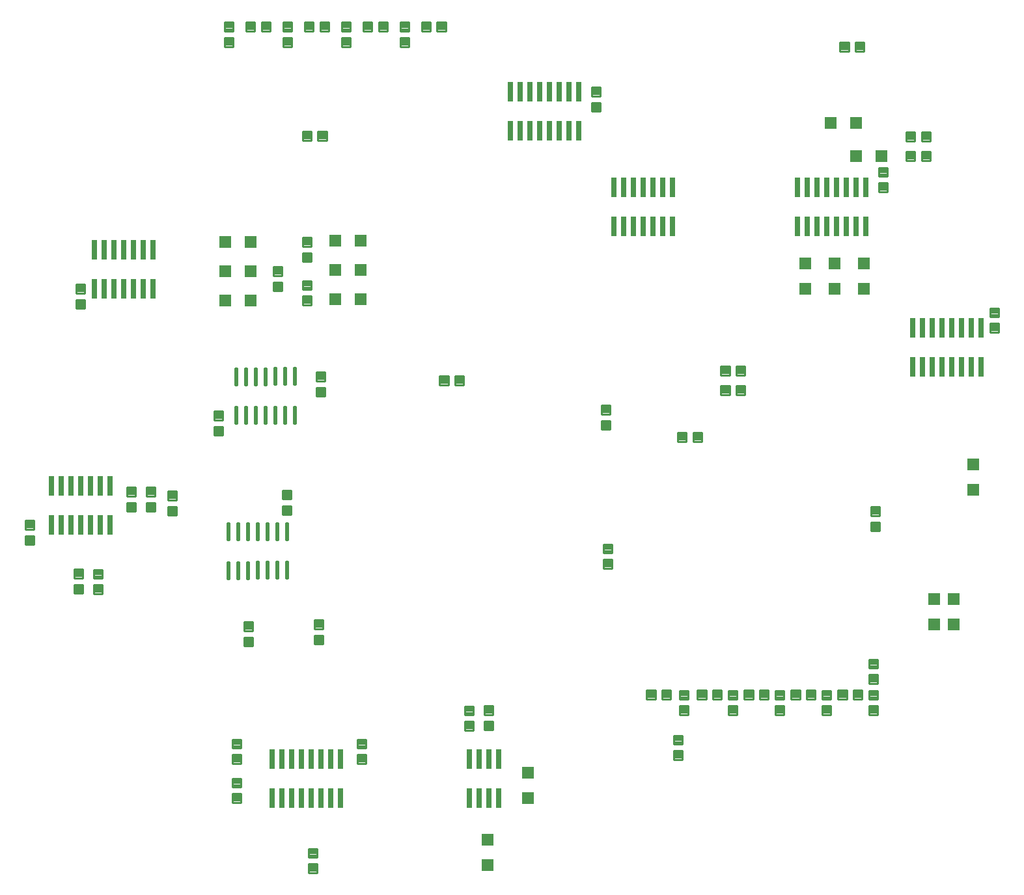
<source format=gbr>
G04 EAGLE Gerber RS-274X export*
G75*
%MOMM*%
%FSLAX34Y34*%
%LPD*%
%INSolderpaste Bottom*%
%IPPOS*%
%AMOC8*
5,1,8,0,0,1.08239X$1,22.5*%
G01*
%ADD10C,0.280000*%
%ADD11R,1.500000X1.500000*%
%ADD12R,0.635000X2.500000*%
%ADD13C,0.440000*%


D10*
X332220Y705600D02*
X332220Y716800D01*
X343420Y716800D01*
X343420Y705600D01*
X332220Y705600D01*
X332220Y708260D02*
X343420Y708260D01*
X343420Y710920D02*
X332220Y710920D01*
X332220Y713580D02*
X343420Y713580D01*
X343420Y716240D02*
X332220Y716240D01*
X332220Y696610D02*
X332220Y685410D01*
X332220Y696610D02*
X343420Y696610D01*
X343420Y685410D01*
X332220Y685410D01*
X332220Y688070D02*
X343420Y688070D01*
X343420Y690730D02*
X332220Y690730D01*
X332220Y693390D02*
X343420Y693390D01*
X343420Y696050D02*
X332220Y696050D01*
X909840Y627900D02*
X909840Y616700D01*
X898640Y616700D01*
X898640Y627900D01*
X909840Y627900D01*
X909840Y619360D02*
X898640Y619360D01*
X898640Y622020D02*
X909840Y622020D01*
X909840Y624680D02*
X898640Y624680D01*
X898640Y627340D02*
X909840Y627340D01*
X909840Y636890D02*
X909840Y648090D01*
X909840Y636890D02*
X898640Y636890D01*
X898640Y648090D01*
X909840Y648090D01*
X909840Y639550D02*
X898640Y639550D01*
X898640Y642210D02*
X909840Y642210D01*
X909840Y644870D02*
X898640Y644870D01*
X898640Y647530D02*
X909840Y647530D01*
X1246620Y685280D02*
X1246620Y696480D01*
X1257820Y696480D01*
X1257820Y685280D01*
X1246620Y685280D01*
X1246620Y687940D02*
X1257820Y687940D01*
X1257820Y690600D02*
X1246620Y690600D01*
X1246620Y693260D02*
X1257820Y693260D01*
X1257820Y695920D02*
X1246620Y695920D01*
X1246620Y676290D02*
X1246620Y665090D01*
X1246620Y676290D02*
X1257820Y676290D01*
X1257820Y665090D01*
X1246620Y665090D01*
X1246620Y667750D02*
X1257820Y667750D01*
X1257820Y670410D02*
X1246620Y670410D01*
X1246620Y673070D02*
X1257820Y673070D01*
X1257820Y675730D02*
X1246620Y675730D01*
X146800Y678700D02*
X146800Y667500D01*
X146800Y678700D02*
X158000Y678700D01*
X158000Y667500D01*
X146800Y667500D01*
X146800Y670160D02*
X158000Y670160D01*
X158000Y672820D02*
X146800Y672820D01*
X146800Y675480D02*
X158000Y675480D01*
X158000Y678140D02*
X146800Y678140D01*
X146800Y658510D02*
X146800Y647310D01*
X146800Y658510D02*
X158000Y658510D01*
X158000Y647310D01*
X146800Y647310D01*
X146800Y649970D02*
X158000Y649970D01*
X158000Y652630D02*
X146800Y652630D01*
X146800Y655290D02*
X158000Y655290D01*
X158000Y657950D02*
X146800Y657950D01*
X729500Y417080D02*
X729500Y405880D01*
X718300Y405880D01*
X718300Y417080D01*
X729500Y417080D01*
X729500Y408540D02*
X718300Y408540D01*
X718300Y411200D02*
X729500Y411200D01*
X729500Y413860D02*
X718300Y413860D01*
X718300Y416520D02*
X729500Y416520D01*
X729500Y426070D02*
X729500Y437270D01*
X729500Y426070D02*
X718300Y426070D01*
X718300Y437270D01*
X729500Y437270D01*
X729500Y428730D02*
X718300Y428730D01*
X718300Y431390D02*
X729500Y431390D01*
X729500Y434050D02*
X718300Y434050D01*
X718300Y436710D02*
X729500Y436710D01*
X427240Y323100D02*
X427240Y311900D01*
X416040Y311900D01*
X416040Y323100D01*
X427240Y323100D01*
X427240Y314560D02*
X416040Y314560D01*
X416040Y317220D02*
X427240Y317220D01*
X427240Y319880D02*
X416040Y319880D01*
X416040Y322540D02*
X427240Y322540D01*
X427240Y332090D02*
X427240Y343290D01*
X427240Y332090D02*
X416040Y332090D01*
X416040Y343290D01*
X427240Y343290D01*
X427240Y334750D02*
X416040Y334750D01*
X416040Y337410D02*
X427240Y337410D01*
X427240Y340070D02*
X416040Y340070D01*
X416040Y342730D02*
X427240Y342730D01*
X1001280Y367780D02*
X1001280Y378980D01*
X1001280Y367780D02*
X990080Y367780D01*
X990080Y378980D01*
X1001280Y378980D01*
X1001280Y370440D02*
X990080Y370440D01*
X990080Y373100D02*
X1001280Y373100D01*
X1001280Y375760D02*
X990080Y375760D01*
X990080Y378420D02*
X1001280Y378420D01*
X1001280Y387970D02*
X1001280Y399170D01*
X1001280Y387970D02*
X990080Y387970D01*
X990080Y399170D01*
X1001280Y399170D01*
X1001280Y390630D02*
X990080Y390630D01*
X990080Y393290D02*
X1001280Y393290D01*
X1001280Y395950D02*
X990080Y395950D01*
X990080Y398610D02*
X1001280Y398610D01*
X883400Y1231380D02*
X883400Y1242580D01*
X894600Y1242580D01*
X894600Y1231380D01*
X883400Y1231380D01*
X883400Y1234040D02*
X894600Y1234040D01*
X894600Y1236700D02*
X883400Y1236700D01*
X883400Y1239360D02*
X894600Y1239360D01*
X894600Y1242020D02*
X883400Y1242020D01*
X883400Y1222390D02*
X883400Y1211190D01*
X883400Y1222390D02*
X894600Y1222390D01*
X894600Y1211190D01*
X883400Y1211190D01*
X883400Y1213850D02*
X894600Y1213850D01*
X894600Y1216510D02*
X883400Y1216510D01*
X883400Y1219170D02*
X894600Y1219170D01*
X894600Y1221830D02*
X883400Y1221830D01*
X589800Y373900D02*
X589800Y362700D01*
X578600Y362700D01*
X578600Y373900D01*
X589800Y373900D01*
X589800Y365360D02*
X578600Y365360D01*
X578600Y368020D02*
X589800Y368020D01*
X589800Y370680D02*
X578600Y370680D01*
X578600Y373340D02*
X589800Y373340D01*
X589800Y382890D02*
X589800Y394090D01*
X589800Y382890D02*
X578600Y382890D01*
X578600Y394090D01*
X589800Y394090D01*
X589800Y385550D02*
X578600Y385550D01*
X578600Y388210D02*
X589800Y388210D01*
X589800Y390870D02*
X578600Y390870D01*
X578600Y393530D02*
X589800Y393530D01*
X212840Y974840D02*
X212840Y986040D01*
X224040Y986040D01*
X224040Y974840D01*
X212840Y974840D01*
X212840Y977500D02*
X224040Y977500D01*
X224040Y980160D02*
X212840Y980160D01*
X212840Y982820D02*
X224040Y982820D01*
X224040Y985480D02*
X212840Y985480D01*
X212840Y965850D02*
X212840Y954650D01*
X212840Y965850D02*
X224040Y965850D01*
X224040Y954650D01*
X212840Y954650D01*
X212840Y957310D02*
X224040Y957310D01*
X224040Y959970D02*
X212840Y959970D01*
X212840Y962630D02*
X224040Y962630D01*
X224040Y965290D02*
X212840Y965290D01*
X1292340Y1147560D02*
X1303540Y1147560D01*
X1292340Y1147560D02*
X1292340Y1158760D01*
X1303540Y1158760D01*
X1303540Y1147560D01*
X1303540Y1150220D02*
X1292340Y1150220D01*
X1292340Y1152880D02*
X1303540Y1152880D01*
X1303540Y1155540D02*
X1292340Y1155540D01*
X1292340Y1158200D02*
X1303540Y1158200D01*
X1312530Y1147560D02*
X1323730Y1147560D01*
X1312530Y1147560D02*
X1312530Y1158760D01*
X1323730Y1158760D01*
X1323730Y1147560D01*
X1323730Y1150220D02*
X1312530Y1150220D01*
X1312530Y1152880D02*
X1323730Y1152880D01*
X1323730Y1155540D02*
X1312530Y1155540D01*
X1312530Y1158200D02*
X1323730Y1158200D01*
X391910Y820940D02*
X391910Y809740D01*
X391910Y820940D02*
X403110Y820940D01*
X403110Y809740D01*
X391910Y809740D01*
X391910Y812400D02*
X403110Y812400D01*
X403110Y815060D02*
X391910Y815060D01*
X391910Y817720D02*
X403110Y817720D01*
X403110Y820380D02*
X391910Y820380D01*
X391910Y800750D02*
X391910Y789550D01*
X391910Y800750D02*
X403110Y800750D01*
X403110Y789550D01*
X391910Y789550D01*
X391910Y792210D02*
X403110Y792210D01*
X403110Y794870D02*
X391910Y794870D01*
X391910Y797530D02*
X403110Y797530D01*
X403110Y800190D02*
X391910Y800190D01*
X705600Y866660D02*
X716800Y866660D01*
X716800Y855460D01*
X705600Y855460D01*
X705600Y866660D01*
X705600Y858120D02*
X716800Y858120D01*
X716800Y860780D02*
X705600Y860780D01*
X705600Y863440D02*
X716800Y863440D01*
X716800Y866100D02*
X705600Y866100D01*
X696610Y866660D02*
X685410Y866660D01*
X696610Y866660D02*
X696610Y855460D01*
X685410Y855460D01*
X685410Y866660D01*
X685410Y858120D02*
X696610Y858120D01*
X696610Y860780D02*
X685410Y860780D01*
X685410Y863440D02*
X696610Y863440D01*
X696610Y866100D02*
X685410Y866100D01*
X896100Y828560D02*
X896100Y817360D01*
X896100Y828560D02*
X907300Y828560D01*
X907300Y817360D01*
X896100Y817360D01*
X896100Y820020D02*
X907300Y820020D01*
X907300Y822680D02*
X896100Y822680D01*
X896100Y825340D02*
X907300Y825340D01*
X907300Y828000D02*
X896100Y828000D01*
X896100Y808370D02*
X896100Y797170D01*
X896100Y808370D02*
X907300Y808370D01*
X907300Y797170D01*
X896100Y797170D01*
X896100Y799830D02*
X907300Y799830D01*
X907300Y802490D02*
X896100Y802490D01*
X896100Y805150D02*
X907300Y805150D01*
X907300Y807810D02*
X896100Y807810D01*
X1267980Y1106920D02*
X1267980Y1118120D01*
X1267980Y1106920D02*
X1256780Y1106920D01*
X1256780Y1118120D01*
X1267980Y1118120D01*
X1267980Y1109580D02*
X1256780Y1109580D01*
X1256780Y1112240D02*
X1267980Y1112240D01*
X1267980Y1114900D02*
X1256780Y1114900D01*
X1256780Y1117560D02*
X1267980Y1117560D01*
X1267980Y1127110D02*
X1267980Y1138310D01*
X1267980Y1127110D02*
X1256780Y1127110D01*
X1256780Y1138310D01*
X1267980Y1138310D01*
X1267980Y1129770D02*
X1256780Y1129770D01*
X1256780Y1132430D02*
X1267980Y1132430D01*
X1267980Y1135090D02*
X1256780Y1135090D01*
X1256780Y1137750D02*
X1267980Y1137750D01*
X1412760Y935240D02*
X1412760Y924040D01*
X1401560Y924040D01*
X1401560Y935240D01*
X1412760Y935240D01*
X1412760Y926700D02*
X1401560Y926700D01*
X1401560Y929360D02*
X1412760Y929360D01*
X1412760Y932020D02*
X1401560Y932020D01*
X1401560Y934680D02*
X1412760Y934680D01*
X1412760Y944230D02*
X1412760Y955430D01*
X1412760Y944230D02*
X1401560Y944230D01*
X1401560Y955430D01*
X1412760Y955430D01*
X1412760Y946890D02*
X1401560Y946890D01*
X1401560Y949550D02*
X1412760Y949550D01*
X1412760Y952210D02*
X1401560Y952210D01*
X1401560Y954870D02*
X1412760Y954870D01*
X492010Y697750D02*
X492010Y686550D01*
X480810Y686550D01*
X480810Y697750D01*
X492010Y697750D01*
X492010Y689210D02*
X480810Y689210D01*
X480810Y691870D02*
X492010Y691870D01*
X492010Y694530D02*
X480810Y694530D01*
X480810Y697190D02*
X492010Y697190D01*
X492010Y706740D02*
X492010Y717940D01*
X492010Y706740D02*
X480810Y706740D01*
X480810Y717940D01*
X492010Y717940D01*
X492010Y709400D02*
X480810Y709400D01*
X480810Y712060D02*
X492010Y712060D01*
X492010Y714720D02*
X480810Y714720D01*
X480810Y717380D02*
X492010Y717380D01*
D11*
X748030Y229870D03*
X748030Y262870D03*
X582930Y1004570D03*
X549930Y1004570D03*
X582930Y1042670D03*
X549930Y1042670D03*
X1193800Y1196340D03*
X1226800Y1196340D03*
X1259840Y1153160D03*
X1226840Y1153160D03*
X1236980Y1013460D03*
X1236980Y980460D03*
X1198880Y1013460D03*
X1198880Y980460D03*
X1160780Y1013460D03*
X1160780Y980460D03*
X800100Y317500D03*
X800100Y350500D03*
X406400Y965200D03*
X439400Y965200D03*
X406400Y1003300D03*
X439400Y1003300D03*
X406400Y1041400D03*
X439400Y1041400D03*
X1328420Y576580D03*
X1328420Y543580D03*
X1353820Y576580D03*
X1353820Y543580D03*
X1379220Y718820D03*
X1379220Y751820D03*
X582930Y966470D03*
X549930Y966470D03*
D10*
X743700Y437400D02*
X743700Y426200D01*
X743700Y437400D02*
X754900Y437400D01*
X754900Y426200D01*
X743700Y426200D01*
X743700Y428860D02*
X754900Y428860D01*
X754900Y431520D02*
X743700Y431520D01*
X743700Y434180D02*
X754900Y434180D01*
X754900Y436840D02*
X743700Y436840D01*
X743700Y417210D02*
X743700Y406010D01*
X743700Y417210D02*
X754900Y417210D01*
X754900Y406010D01*
X743700Y406010D01*
X743700Y408670D02*
X754900Y408670D01*
X754900Y411330D02*
X743700Y411330D01*
X743700Y413990D02*
X754900Y413990D01*
X754900Y416650D02*
X743700Y416650D01*
X1040880Y457720D02*
X1052080Y457720D01*
X1052080Y446520D01*
X1040880Y446520D01*
X1040880Y457720D01*
X1040880Y449180D02*
X1052080Y449180D01*
X1052080Y451840D02*
X1040880Y451840D01*
X1040880Y454500D02*
X1052080Y454500D01*
X1052080Y457160D02*
X1040880Y457160D01*
X1031890Y457720D02*
X1020690Y457720D01*
X1031890Y457720D02*
X1031890Y446520D01*
X1020690Y446520D01*
X1020690Y457720D01*
X1020690Y449180D02*
X1031890Y449180D01*
X1031890Y451840D02*
X1020690Y451840D01*
X1020690Y454500D02*
X1031890Y454500D01*
X1031890Y457160D02*
X1020690Y457160D01*
X1008900Y437400D02*
X1008900Y426200D01*
X997700Y426200D01*
X997700Y437400D01*
X1008900Y437400D01*
X1008900Y428860D02*
X997700Y428860D01*
X997700Y431520D02*
X1008900Y431520D01*
X1008900Y434180D02*
X997700Y434180D01*
X997700Y436840D02*
X1008900Y436840D01*
X1008900Y446390D02*
X1008900Y457590D01*
X1008900Y446390D02*
X997700Y446390D01*
X997700Y457590D01*
X1008900Y457590D01*
X1008900Y449050D02*
X997700Y449050D01*
X997700Y451710D02*
X1008900Y451710D01*
X1008900Y454370D02*
X997700Y454370D01*
X997700Y457030D02*
X1008900Y457030D01*
X1255280Y466840D02*
X1255280Y478040D01*
X1255280Y466840D02*
X1244080Y466840D01*
X1244080Y478040D01*
X1255280Y478040D01*
X1255280Y469500D02*
X1244080Y469500D01*
X1244080Y472160D02*
X1255280Y472160D01*
X1255280Y474820D02*
X1244080Y474820D01*
X1244080Y477480D02*
X1255280Y477480D01*
X1255280Y487030D02*
X1255280Y498230D01*
X1255280Y487030D02*
X1244080Y487030D01*
X1244080Y498230D01*
X1255280Y498230D01*
X1255280Y489690D02*
X1244080Y489690D01*
X1244080Y492350D02*
X1255280Y492350D01*
X1255280Y495010D02*
X1244080Y495010D01*
X1244080Y497670D02*
X1255280Y497670D01*
X986040Y457720D02*
X974840Y457720D01*
X986040Y457720D02*
X986040Y446520D01*
X974840Y446520D01*
X974840Y457720D01*
X974840Y449180D02*
X986040Y449180D01*
X986040Y451840D02*
X974840Y451840D01*
X974840Y454500D02*
X986040Y454500D01*
X986040Y457160D02*
X974840Y457160D01*
X965850Y457720D02*
X954650Y457720D01*
X965850Y457720D02*
X965850Y446520D01*
X954650Y446520D01*
X954650Y457720D01*
X954650Y449180D02*
X965850Y449180D01*
X965850Y451840D02*
X954650Y451840D01*
X954650Y454500D02*
X965850Y454500D01*
X965850Y457160D02*
X954650Y457160D01*
X995160Y781800D02*
X1006360Y781800D01*
X995160Y781800D02*
X995160Y793000D01*
X1006360Y793000D01*
X1006360Y781800D01*
X1006360Y784460D02*
X995160Y784460D01*
X995160Y787120D02*
X1006360Y787120D01*
X1006360Y789780D02*
X995160Y789780D01*
X995160Y792440D02*
X1006360Y792440D01*
X1015350Y781800D02*
X1026550Y781800D01*
X1015350Y781800D02*
X1015350Y793000D01*
X1026550Y793000D01*
X1026550Y781800D01*
X1026550Y784460D02*
X1015350Y784460D01*
X1015350Y787120D02*
X1026550Y787120D01*
X1026550Y789780D02*
X1015350Y789780D01*
X1015350Y792440D02*
X1026550Y792440D01*
X1071360Y853960D02*
X1082560Y853960D01*
X1082560Y842760D01*
X1071360Y842760D01*
X1071360Y853960D01*
X1071360Y845420D02*
X1082560Y845420D01*
X1082560Y848080D02*
X1071360Y848080D01*
X1071360Y850740D02*
X1082560Y850740D01*
X1082560Y853400D02*
X1071360Y853400D01*
X1062370Y853960D02*
X1051170Y853960D01*
X1062370Y853960D02*
X1062370Y842760D01*
X1051170Y842760D01*
X1051170Y853960D01*
X1051170Y845420D02*
X1062370Y845420D01*
X1062370Y848080D02*
X1051170Y848080D01*
X1051170Y850740D02*
X1062370Y850740D01*
X1062370Y853400D02*
X1051170Y853400D01*
X1071360Y879360D02*
X1082560Y879360D01*
X1082560Y868160D01*
X1071360Y868160D01*
X1071360Y879360D01*
X1071360Y870820D02*
X1082560Y870820D01*
X1082560Y873480D02*
X1071360Y873480D01*
X1071360Y876140D02*
X1082560Y876140D01*
X1082560Y878800D02*
X1071360Y878800D01*
X1062370Y879360D02*
X1051170Y879360D01*
X1062370Y879360D02*
X1062370Y868160D01*
X1051170Y868160D01*
X1051170Y879360D01*
X1051170Y870820D02*
X1062370Y870820D01*
X1062370Y873480D02*
X1051170Y873480D01*
X1051170Y876140D02*
X1062370Y876140D01*
X1062370Y878800D02*
X1051170Y878800D01*
X526300Y231660D02*
X526300Y220460D01*
X515100Y220460D01*
X515100Y231660D01*
X526300Y231660D01*
X526300Y223120D02*
X515100Y223120D01*
X515100Y225780D02*
X526300Y225780D01*
X526300Y228440D02*
X515100Y228440D01*
X515100Y231100D02*
X526300Y231100D01*
X526300Y240650D02*
X526300Y251850D01*
X526300Y240650D02*
X515100Y240650D01*
X515100Y251850D01*
X526300Y251850D01*
X526300Y243310D02*
X515100Y243310D01*
X515100Y245970D02*
X526300Y245970D01*
X526300Y248630D02*
X515100Y248630D01*
X515100Y251290D02*
X526300Y251290D01*
X525260Y860540D02*
X525260Y871740D01*
X536460Y871740D01*
X536460Y860540D01*
X525260Y860540D01*
X525260Y863200D02*
X536460Y863200D01*
X536460Y865860D02*
X525260Y865860D01*
X525260Y868520D02*
X536460Y868520D01*
X536460Y871180D02*
X525260Y871180D01*
X525260Y851550D02*
X525260Y840350D01*
X525260Y851550D02*
X536460Y851550D01*
X536460Y840350D01*
X525260Y840350D01*
X525260Y843010D02*
X536460Y843010D01*
X536460Y845670D02*
X525260Y845670D01*
X525260Y848330D02*
X536460Y848330D01*
X536460Y850990D02*
X525260Y850990D01*
X1226300Y1301000D02*
X1237500Y1301000D01*
X1237500Y1289800D01*
X1226300Y1289800D01*
X1226300Y1301000D01*
X1226300Y1292460D02*
X1237500Y1292460D01*
X1237500Y1295120D02*
X1226300Y1295120D01*
X1226300Y1297780D02*
X1237500Y1297780D01*
X1237500Y1300440D02*
X1226300Y1300440D01*
X1217310Y1301000D02*
X1206110Y1301000D01*
X1217310Y1301000D02*
X1217310Y1289800D01*
X1206110Y1289800D01*
X1206110Y1301000D01*
X1206110Y1292460D02*
X1217310Y1292460D01*
X1217310Y1295120D02*
X1206110Y1295120D01*
X1206110Y1297780D02*
X1217310Y1297780D01*
X1217310Y1300440D02*
X1206110Y1300440D01*
X431280Y546620D02*
X431280Y535420D01*
X431280Y546620D02*
X442480Y546620D01*
X442480Y535420D01*
X431280Y535420D01*
X431280Y538080D02*
X442480Y538080D01*
X442480Y540740D02*
X431280Y540740D01*
X431280Y543400D02*
X442480Y543400D01*
X442480Y546060D02*
X431280Y546060D01*
X431280Y526430D02*
X431280Y515230D01*
X431280Y526430D02*
X442480Y526430D01*
X442480Y515230D01*
X431280Y515230D01*
X431280Y517890D02*
X442480Y517890D01*
X442480Y520550D02*
X431280Y520550D01*
X431280Y523210D02*
X442480Y523210D01*
X442480Y525870D02*
X431280Y525870D01*
X522720Y537960D02*
X522720Y549160D01*
X533920Y549160D01*
X533920Y537960D01*
X522720Y537960D01*
X522720Y540620D02*
X533920Y540620D01*
X533920Y543280D02*
X522720Y543280D01*
X522720Y545940D02*
X533920Y545940D01*
X533920Y548600D02*
X522720Y548600D01*
X522720Y528970D02*
X522720Y517770D01*
X522720Y528970D02*
X533920Y528970D01*
X533920Y517770D01*
X522720Y517770D01*
X522720Y520430D02*
X533920Y520430D01*
X533920Y523090D02*
X522720Y523090D01*
X522720Y525750D02*
X533920Y525750D01*
X533920Y528410D02*
X522720Y528410D01*
X1255280Y437400D02*
X1255280Y426200D01*
X1244080Y426200D01*
X1244080Y437400D01*
X1255280Y437400D01*
X1255280Y428860D02*
X1244080Y428860D01*
X1244080Y431520D02*
X1255280Y431520D01*
X1255280Y434180D02*
X1244080Y434180D01*
X1244080Y436840D02*
X1255280Y436840D01*
X1255280Y446390D02*
X1255280Y457590D01*
X1255280Y446390D02*
X1244080Y446390D01*
X1244080Y457590D01*
X1255280Y457590D01*
X1255280Y449050D02*
X1244080Y449050D01*
X1244080Y451710D02*
X1255280Y451710D01*
X1255280Y454370D02*
X1244080Y454370D01*
X1244080Y457030D02*
X1255280Y457030D01*
X246900Y583680D02*
X246900Y594880D01*
X246900Y583680D02*
X235700Y583680D01*
X235700Y594880D01*
X246900Y594880D01*
X246900Y586340D02*
X235700Y586340D01*
X235700Y589000D02*
X246900Y589000D01*
X246900Y591660D02*
X235700Y591660D01*
X235700Y594320D02*
X246900Y594320D01*
X246900Y603870D02*
X246900Y615070D01*
X246900Y603870D02*
X235700Y603870D01*
X235700Y615070D01*
X246900Y615070D01*
X246900Y606530D02*
X235700Y606530D01*
X235700Y609190D02*
X246900Y609190D01*
X246900Y611850D02*
X235700Y611850D01*
X235700Y614510D02*
X246900Y614510D01*
X210300Y615200D02*
X210300Y604000D01*
X210300Y615200D02*
X221500Y615200D01*
X221500Y604000D01*
X210300Y604000D01*
X210300Y606660D02*
X221500Y606660D01*
X221500Y609320D02*
X210300Y609320D01*
X210300Y611980D02*
X221500Y611980D01*
X221500Y614640D02*
X210300Y614640D01*
X210300Y595010D02*
X210300Y583810D01*
X210300Y595010D02*
X221500Y595010D01*
X221500Y583810D01*
X210300Y583810D01*
X210300Y586470D02*
X221500Y586470D01*
X221500Y589130D02*
X210300Y589130D01*
X210300Y591790D02*
X221500Y591790D01*
X221500Y594450D02*
X210300Y594450D01*
X278880Y710680D02*
X278880Y721880D01*
X290080Y721880D01*
X290080Y710680D01*
X278880Y710680D01*
X278880Y713340D02*
X290080Y713340D01*
X290080Y716000D02*
X278880Y716000D01*
X278880Y718660D02*
X290080Y718660D01*
X290080Y721320D02*
X278880Y721320D01*
X278880Y701690D02*
X278880Y690490D01*
X278880Y701690D02*
X290080Y701690D01*
X290080Y690490D01*
X278880Y690490D01*
X278880Y693150D02*
X290080Y693150D01*
X290080Y695810D02*
X278880Y695810D01*
X278880Y698470D02*
X290080Y698470D01*
X290080Y701130D02*
X278880Y701130D01*
X304280Y710680D02*
X304280Y721880D01*
X315480Y721880D01*
X315480Y710680D01*
X304280Y710680D01*
X304280Y713340D02*
X315480Y713340D01*
X315480Y716000D02*
X304280Y716000D01*
X304280Y718660D02*
X315480Y718660D01*
X315480Y721320D02*
X304280Y721320D01*
X304280Y701690D02*
X304280Y690490D01*
X304280Y701690D02*
X315480Y701690D01*
X315480Y690490D01*
X304280Y690490D01*
X304280Y693150D02*
X315480Y693150D01*
X315480Y695810D02*
X304280Y695810D01*
X304280Y698470D02*
X315480Y698470D01*
X315480Y701130D02*
X304280Y701130D01*
X1292340Y1172960D02*
X1303540Y1172960D01*
X1292340Y1172960D02*
X1292340Y1184160D01*
X1303540Y1184160D01*
X1303540Y1172960D01*
X1303540Y1175620D02*
X1292340Y1175620D01*
X1292340Y1178280D02*
X1303540Y1178280D01*
X1303540Y1180940D02*
X1292340Y1180940D01*
X1292340Y1183600D02*
X1303540Y1183600D01*
X1312530Y1172960D02*
X1323730Y1172960D01*
X1312530Y1172960D02*
X1312530Y1184160D01*
X1323730Y1184160D01*
X1323730Y1172960D01*
X1323730Y1175620D02*
X1312530Y1175620D01*
X1312530Y1178280D02*
X1323730Y1178280D01*
X1323730Y1180940D02*
X1312530Y1180940D01*
X1312530Y1183600D02*
X1323730Y1183600D01*
X645266Y1295729D02*
X645266Y1306929D01*
X645266Y1295729D02*
X634066Y1295729D01*
X634066Y1306929D01*
X645266Y1306929D01*
X645266Y1298389D02*
X634066Y1298389D01*
X634066Y1301049D02*
X645266Y1301049D01*
X645266Y1303709D02*
X634066Y1303709D01*
X634066Y1306369D02*
X645266Y1306369D01*
X645266Y1315919D02*
X645266Y1327119D01*
X645266Y1315919D02*
X634066Y1315919D01*
X634066Y1327119D01*
X645266Y1327119D01*
X645266Y1318579D02*
X634066Y1318579D01*
X634066Y1321239D02*
X645266Y1321239D01*
X645266Y1323899D02*
X634066Y1323899D01*
X634066Y1326559D02*
X645266Y1326559D01*
X1223760Y457720D02*
X1234960Y457720D01*
X1234960Y446520D01*
X1223760Y446520D01*
X1223760Y457720D01*
X1223760Y449180D02*
X1234960Y449180D01*
X1234960Y451840D02*
X1223760Y451840D01*
X1223760Y454500D02*
X1234960Y454500D01*
X1234960Y457160D02*
X1223760Y457160D01*
X1214770Y457720D02*
X1203570Y457720D01*
X1214770Y457720D02*
X1214770Y446520D01*
X1203570Y446520D01*
X1203570Y457720D01*
X1203570Y449180D02*
X1214770Y449180D01*
X1214770Y451840D02*
X1203570Y451840D01*
X1203570Y454500D02*
X1214770Y454500D01*
X1214770Y457160D02*
X1203570Y457160D01*
X617326Y1327249D02*
X606126Y1327249D01*
X617326Y1327249D02*
X617326Y1316049D01*
X606126Y1316049D01*
X606126Y1327249D01*
X606126Y1318709D02*
X617326Y1318709D01*
X617326Y1321369D02*
X606126Y1321369D01*
X606126Y1324029D02*
X617326Y1324029D01*
X617326Y1326689D02*
X606126Y1326689D01*
X597136Y1327249D02*
X585936Y1327249D01*
X597136Y1327249D02*
X597136Y1316049D01*
X585936Y1316049D01*
X585936Y1327249D01*
X585936Y1318709D02*
X597136Y1318709D01*
X597136Y1321369D02*
X585936Y1321369D01*
X585936Y1324029D02*
X597136Y1324029D01*
X597136Y1326689D02*
X585936Y1326689D01*
X569066Y1306929D02*
X569066Y1295729D01*
X557866Y1295729D01*
X557866Y1306929D01*
X569066Y1306929D01*
X569066Y1298389D02*
X557866Y1298389D01*
X557866Y1301049D02*
X569066Y1301049D01*
X569066Y1303709D02*
X557866Y1303709D01*
X557866Y1306369D02*
X569066Y1306369D01*
X569066Y1315919D02*
X569066Y1327119D01*
X569066Y1315919D02*
X557866Y1315919D01*
X557866Y1327119D01*
X569066Y1327119D01*
X569066Y1318579D02*
X557866Y1318579D01*
X557866Y1321239D02*
X569066Y1321239D01*
X569066Y1323899D02*
X557866Y1323899D01*
X557866Y1326559D02*
X569066Y1326559D01*
X541126Y1327249D02*
X529926Y1327249D01*
X541126Y1327249D02*
X541126Y1316049D01*
X529926Y1316049D01*
X529926Y1327249D01*
X529926Y1318709D02*
X541126Y1318709D01*
X541126Y1321369D02*
X529926Y1321369D01*
X529926Y1324029D02*
X541126Y1324029D01*
X541126Y1326689D02*
X529926Y1326689D01*
X520936Y1327249D02*
X509736Y1327249D01*
X520936Y1327249D02*
X520936Y1316049D01*
X509736Y1316049D01*
X509736Y1327249D01*
X509736Y1318709D02*
X520936Y1318709D01*
X520936Y1321369D02*
X509736Y1321369D01*
X509736Y1324029D02*
X520936Y1324029D01*
X520936Y1326689D02*
X509736Y1326689D01*
X492866Y1306929D02*
X492866Y1295729D01*
X481666Y1295729D01*
X481666Y1306929D01*
X492866Y1306929D01*
X492866Y1298389D02*
X481666Y1298389D01*
X481666Y1301049D02*
X492866Y1301049D01*
X492866Y1303709D02*
X481666Y1303709D01*
X481666Y1306369D02*
X492866Y1306369D01*
X492866Y1315919D02*
X492866Y1327119D01*
X492866Y1315919D02*
X481666Y1315919D01*
X481666Y1327119D01*
X492866Y1327119D01*
X492866Y1318579D02*
X481666Y1318579D01*
X481666Y1321239D02*
X492866Y1321239D01*
X492866Y1323899D02*
X481666Y1323899D01*
X481666Y1326559D02*
X492866Y1326559D01*
X464926Y1327249D02*
X453726Y1327249D01*
X464926Y1327249D02*
X464926Y1316049D01*
X453726Y1316049D01*
X453726Y1327249D01*
X453726Y1318709D02*
X464926Y1318709D01*
X464926Y1321369D02*
X453726Y1321369D01*
X453726Y1324029D02*
X464926Y1324029D01*
X464926Y1326689D02*
X453726Y1326689D01*
X444736Y1327249D02*
X433536Y1327249D01*
X444736Y1327249D02*
X444736Y1316049D01*
X433536Y1316049D01*
X433536Y1327249D01*
X433536Y1318709D02*
X444736Y1318709D01*
X444736Y1321369D02*
X433536Y1321369D01*
X433536Y1324029D02*
X444736Y1324029D01*
X444736Y1326689D02*
X433536Y1326689D01*
X416666Y1306929D02*
X416666Y1295729D01*
X405466Y1295729D01*
X405466Y1306929D01*
X416666Y1306929D01*
X416666Y1298389D02*
X405466Y1298389D01*
X405466Y1301049D02*
X416666Y1301049D01*
X416666Y1303709D02*
X405466Y1303709D01*
X405466Y1306369D02*
X416666Y1306369D01*
X416666Y1315919D02*
X416666Y1327119D01*
X416666Y1315919D02*
X405466Y1315919D01*
X405466Y1327119D01*
X416666Y1327119D01*
X416666Y1318579D02*
X405466Y1318579D01*
X405466Y1321239D02*
X416666Y1321239D01*
X416666Y1323899D02*
X405466Y1323899D01*
X405466Y1326559D02*
X416666Y1326559D01*
X662006Y1316049D02*
X673206Y1316049D01*
X662006Y1316049D02*
X662006Y1327249D01*
X673206Y1327249D01*
X673206Y1316049D01*
X673206Y1318709D02*
X662006Y1318709D01*
X662006Y1321369D02*
X673206Y1321369D01*
X673206Y1324029D02*
X662006Y1324029D01*
X662006Y1326689D02*
X673206Y1326689D01*
X682196Y1316049D02*
X693396Y1316049D01*
X682196Y1316049D02*
X682196Y1327249D01*
X693396Y1327249D01*
X693396Y1316049D01*
X693396Y1318709D02*
X682196Y1318709D01*
X682196Y1321369D02*
X693396Y1321369D01*
X693396Y1324029D02*
X682196Y1324029D01*
X682196Y1326689D02*
X693396Y1326689D01*
X427240Y373900D02*
X427240Y362700D01*
X416040Y362700D01*
X416040Y373900D01*
X427240Y373900D01*
X427240Y365360D02*
X416040Y365360D01*
X416040Y368020D02*
X427240Y368020D01*
X427240Y370680D02*
X416040Y370680D01*
X416040Y373340D02*
X427240Y373340D01*
X427240Y382890D02*
X427240Y394090D01*
X427240Y382890D02*
X416040Y382890D01*
X416040Y394090D01*
X427240Y394090D01*
X427240Y385550D02*
X416040Y385550D01*
X416040Y388210D02*
X427240Y388210D01*
X427240Y390870D02*
X416040Y390870D01*
X416040Y393530D02*
X427240Y393530D01*
X1194320Y426200D02*
X1194320Y437400D01*
X1194320Y426200D02*
X1183120Y426200D01*
X1183120Y437400D01*
X1194320Y437400D01*
X1194320Y428860D02*
X1183120Y428860D01*
X1183120Y431520D02*
X1194320Y431520D01*
X1194320Y434180D02*
X1183120Y434180D01*
X1183120Y436840D02*
X1194320Y436840D01*
X1194320Y446390D02*
X1194320Y457590D01*
X1194320Y446390D02*
X1183120Y446390D01*
X1183120Y457590D01*
X1194320Y457590D01*
X1194320Y449050D02*
X1183120Y449050D01*
X1183120Y451710D02*
X1194320Y451710D01*
X1194320Y454370D02*
X1183120Y454370D01*
X1183120Y457030D02*
X1194320Y457030D01*
X1174000Y457720D02*
X1162800Y457720D01*
X1174000Y457720D02*
X1174000Y446520D01*
X1162800Y446520D01*
X1162800Y457720D01*
X1162800Y449180D02*
X1174000Y449180D01*
X1174000Y451840D02*
X1162800Y451840D01*
X1162800Y454500D02*
X1174000Y454500D01*
X1174000Y457160D02*
X1162800Y457160D01*
X1153810Y457720D02*
X1142610Y457720D01*
X1153810Y457720D02*
X1153810Y446520D01*
X1142610Y446520D01*
X1142610Y457720D01*
X1142610Y449180D02*
X1153810Y449180D01*
X1153810Y451840D02*
X1142610Y451840D01*
X1142610Y454500D02*
X1153810Y454500D01*
X1153810Y457160D02*
X1142610Y457160D01*
X1133360Y437400D02*
X1133360Y426200D01*
X1122160Y426200D01*
X1122160Y437400D01*
X1133360Y437400D01*
X1133360Y428860D02*
X1122160Y428860D01*
X1122160Y431520D02*
X1133360Y431520D01*
X1133360Y434180D02*
X1122160Y434180D01*
X1122160Y436840D02*
X1133360Y436840D01*
X1133360Y446390D02*
X1133360Y457590D01*
X1133360Y446390D02*
X1122160Y446390D01*
X1122160Y457590D01*
X1133360Y457590D01*
X1133360Y449050D02*
X1122160Y449050D01*
X1122160Y451710D02*
X1133360Y451710D01*
X1133360Y454370D02*
X1122160Y454370D01*
X1122160Y457030D02*
X1133360Y457030D01*
X1113040Y457720D02*
X1101840Y457720D01*
X1113040Y457720D02*
X1113040Y446520D01*
X1101840Y446520D01*
X1101840Y457720D01*
X1101840Y449180D02*
X1113040Y449180D01*
X1113040Y451840D02*
X1101840Y451840D01*
X1101840Y454500D02*
X1113040Y454500D01*
X1113040Y457160D02*
X1101840Y457160D01*
X1092850Y457720D02*
X1081650Y457720D01*
X1092850Y457720D02*
X1092850Y446520D01*
X1081650Y446520D01*
X1081650Y457720D01*
X1081650Y449180D02*
X1092850Y449180D01*
X1092850Y451840D02*
X1081650Y451840D01*
X1081650Y454500D02*
X1092850Y454500D01*
X1092850Y457160D02*
X1081650Y457160D01*
X1072400Y437400D02*
X1072400Y426200D01*
X1061200Y426200D01*
X1061200Y437400D01*
X1072400Y437400D01*
X1072400Y428860D02*
X1061200Y428860D01*
X1061200Y431520D02*
X1072400Y431520D01*
X1072400Y434180D02*
X1061200Y434180D01*
X1061200Y436840D02*
X1072400Y436840D01*
X1072400Y446390D02*
X1072400Y457590D01*
X1072400Y446390D02*
X1061200Y446390D01*
X1061200Y457590D01*
X1072400Y457590D01*
X1072400Y449050D02*
X1061200Y449050D01*
X1061200Y451710D02*
X1072400Y451710D01*
X1072400Y454370D02*
X1061200Y454370D01*
X1061200Y457030D02*
X1072400Y457030D01*
D12*
X762000Y317500D03*
X749300Y317500D03*
X736600Y317500D03*
X723900Y317500D03*
X723900Y368300D03*
X736600Y368300D03*
X749300Y368300D03*
X762000Y368300D03*
X256540Y673100D03*
X243840Y673100D03*
X231140Y673100D03*
X218440Y673100D03*
X205740Y673100D03*
X193040Y673100D03*
X180340Y673100D03*
X180340Y723900D03*
X193040Y723900D03*
X205740Y723900D03*
X218440Y723900D03*
X231140Y723900D03*
X243840Y723900D03*
X256540Y723900D03*
X1389380Y878840D03*
X1376680Y878840D03*
X1363980Y878840D03*
X1351280Y878840D03*
X1338580Y878840D03*
X1325880Y878840D03*
X1313180Y878840D03*
X1300480Y878840D03*
X1300480Y929640D03*
X1313180Y929640D03*
X1325880Y929640D03*
X1338580Y929640D03*
X1351280Y929640D03*
X1363980Y929640D03*
X1376680Y929640D03*
X1389380Y929640D03*
X1239520Y1061720D03*
X1226820Y1061720D03*
X1214120Y1061720D03*
X1201420Y1061720D03*
X1188720Y1061720D03*
X1176020Y1061720D03*
X1163320Y1061720D03*
X1150620Y1061720D03*
X1150620Y1112520D03*
X1163320Y1112520D03*
X1176020Y1112520D03*
X1188720Y1112520D03*
X1201420Y1112520D03*
X1214120Y1112520D03*
X1226820Y1112520D03*
X1239520Y1112520D03*
X866140Y1186180D03*
X853440Y1186180D03*
X840740Y1186180D03*
X828040Y1186180D03*
X815340Y1186180D03*
X802640Y1186180D03*
X789940Y1186180D03*
X777240Y1186180D03*
X777240Y1236980D03*
X789940Y1236980D03*
X802640Y1236980D03*
X815340Y1236980D03*
X828040Y1236980D03*
X840740Y1236980D03*
X853440Y1236980D03*
X866140Y1236980D03*
X988060Y1061720D03*
X975360Y1061720D03*
X962660Y1061720D03*
X949960Y1061720D03*
X937260Y1061720D03*
X924560Y1061720D03*
X911860Y1061720D03*
X911860Y1112520D03*
X924560Y1112520D03*
X937260Y1112520D03*
X949960Y1112520D03*
X962660Y1112520D03*
X975360Y1112520D03*
X988060Y1112520D03*
X236220Y1031240D03*
X248920Y1031240D03*
X261620Y1031240D03*
X274320Y1031240D03*
X287020Y1031240D03*
X299720Y1031240D03*
X312420Y1031240D03*
X312420Y980440D03*
X299720Y980440D03*
X287020Y980440D03*
X274320Y980440D03*
X261620Y980440D03*
X248920Y980440D03*
X236220Y980440D03*
X556260Y317500D03*
X543560Y317500D03*
X530860Y317500D03*
X518160Y317500D03*
X505460Y317500D03*
X492760Y317500D03*
X480060Y317500D03*
X467360Y317500D03*
X467360Y368300D03*
X480060Y368300D03*
X492760Y368300D03*
X505460Y368300D03*
X518160Y368300D03*
X530860Y368300D03*
X543560Y368300D03*
X556260Y368300D03*
D13*
X419820Y855840D02*
X419820Y876440D01*
X420920Y876440D01*
X420920Y855840D01*
X419820Y855840D01*
X419820Y860020D02*
X420920Y860020D01*
X420920Y864200D02*
X419820Y864200D01*
X419820Y868380D02*
X420920Y868380D01*
X420920Y872560D02*
X419820Y872560D01*
X432520Y876440D02*
X432520Y855840D01*
X432520Y876440D02*
X433620Y876440D01*
X433620Y855840D01*
X432520Y855840D01*
X432520Y860020D02*
X433620Y860020D01*
X433620Y864200D02*
X432520Y864200D01*
X432520Y868380D02*
X433620Y868380D01*
X433620Y872560D02*
X432520Y872560D01*
X445220Y876440D02*
X445220Y855840D01*
X445220Y876440D02*
X446320Y876440D01*
X446320Y855840D01*
X445220Y855840D01*
X445220Y860020D02*
X446320Y860020D01*
X446320Y864200D02*
X445220Y864200D01*
X445220Y868380D02*
X446320Y868380D01*
X446320Y872560D02*
X445220Y872560D01*
X457920Y876440D02*
X457920Y855840D01*
X457920Y876440D02*
X459020Y876440D01*
X459020Y855840D01*
X457920Y855840D01*
X457920Y860020D02*
X459020Y860020D01*
X459020Y864200D02*
X457920Y864200D01*
X457920Y868380D02*
X459020Y868380D01*
X459020Y872560D02*
X457920Y872560D01*
X496020Y826540D02*
X496020Y805940D01*
X496020Y826540D02*
X497120Y826540D01*
X497120Y805940D01*
X496020Y805940D01*
X496020Y810120D02*
X497120Y810120D01*
X497120Y814300D02*
X496020Y814300D01*
X496020Y818480D02*
X497120Y818480D01*
X497120Y822660D02*
X496020Y822660D01*
X496020Y856740D02*
X496020Y877340D01*
X497120Y877340D01*
X497120Y856740D01*
X496020Y856740D01*
X496020Y860920D02*
X497120Y860920D01*
X497120Y865100D02*
X496020Y865100D01*
X496020Y869280D02*
X497120Y869280D01*
X497120Y873460D02*
X496020Y873460D01*
X483320Y877340D02*
X483320Y856740D01*
X483320Y877340D02*
X484420Y877340D01*
X484420Y856740D01*
X483320Y856740D01*
X483320Y860920D02*
X484420Y860920D01*
X484420Y865100D02*
X483320Y865100D01*
X483320Y869280D02*
X484420Y869280D01*
X484420Y873460D02*
X483320Y873460D01*
X470620Y877340D02*
X470620Y856740D01*
X470620Y877340D02*
X471720Y877340D01*
X471720Y856740D01*
X470620Y856740D01*
X470620Y860920D02*
X471720Y860920D01*
X471720Y865100D02*
X470620Y865100D01*
X470620Y869280D02*
X471720Y869280D01*
X471720Y873460D02*
X470620Y873460D01*
X483320Y826540D02*
X483320Y805940D01*
X483320Y826540D02*
X484420Y826540D01*
X484420Y805940D01*
X483320Y805940D01*
X483320Y810120D02*
X484420Y810120D01*
X484420Y814300D02*
X483320Y814300D01*
X483320Y818480D02*
X484420Y818480D01*
X484420Y822660D02*
X483320Y822660D01*
X470620Y826540D02*
X470620Y805940D01*
X470620Y826540D02*
X471720Y826540D01*
X471720Y805940D01*
X470620Y805940D01*
X470620Y810120D02*
X471720Y810120D01*
X471720Y814300D02*
X470620Y814300D01*
X470620Y818480D02*
X471720Y818480D01*
X471720Y822660D02*
X470620Y822660D01*
X457920Y826540D02*
X457920Y805940D01*
X457920Y826540D02*
X459020Y826540D01*
X459020Y805940D01*
X457920Y805940D01*
X457920Y810120D02*
X459020Y810120D01*
X459020Y814300D02*
X457920Y814300D01*
X457920Y818480D02*
X459020Y818480D01*
X459020Y822660D02*
X457920Y822660D01*
X445220Y826540D02*
X445220Y805940D01*
X445220Y826540D02*
X446320Y826540D01*
X446320Y805940D01*
X445220Y805940D01*
X445220Y810120D02*
X446320Y810120D01*
X446320Y814300D02*
X445220Y814300D01*
X445220Y818480D02*
X446320Y818480D01*
X446320Y822660D02*
X445220Y822660D01*
X432520Y826540D02*
X432520Y805940D01*
X432520Y826540D02*
X433620Y826540D01*
X433620Y805940D01*
X432520Y805940D01*
X432520Y810120D02*
X433620Y810120D01*
X433620Y814300D02*
X432520Y814300D01*
X432520Y818480D02*
X433620Y818480D01*
X433620Y822660D02*
X432520Y822660D01*
X419820Y826540D02*
X419820Y805940D01*
X419820Y826540D02*
X420920Y826540D01*
X420920Y805940D01*
X419820Y805940D01*
X419820Y810120D02*
X420920Y810120D01*
X420920Y814300D02*
X419820Y814300D01*
X419820Y818480D02*
X420920Y818480D01*
X420920Y822660D02*
X419820Y822660D01*
X486960Y624980D02*
X486960Y604380D01*
X485860Y604380D01*
X485860Y624980D01*
X486960Y624980D01*
X486960Y608560D02*
X485860Y608560D01*
X485860Y612740D02*
X486960Y612740D01*
X486960Y616920D02*
X485860Y616920D01*
X485860Y621100D02*
X486960Y621100D01*
X474260Y624980D02*
X474260Y604380D01*
X473160Y604380D01*
X473160Y624980D01*
X474260Y624980D01*
X474260Y608560D02*
X473160Y608560D01*
X473160Y612740D02*
X474260Y612740D01*
X474260Y616920D02*
X473160Y616920D01*
X473160Y621100D02*
X474260Y621100D01*
X461560Y624980D02*
X461560Y604380D01*
X460460Y604380D01*
X460460Y624980D01*
X461560Y624980D01*
X461560Y608560D02*
X460460Y608560D01*
X460460Y612740D02*
X461560Y612740D01*
X461560Y616920D02*
X460460Y616920D01*
X460460Y621100D02*
X461560Y621100D01*
X448860Y624980D02*
X448860Y604380D01*
X447760Y604380D01*
X447760Y624980D01*
X448860Y624980D01*
X448860Y608560D02*
X447760Y608560D01*
X447760Y612740D02*
X448860Y612740D01*
X448860Y616920D02*
X447760Y616920D01*
X447760Y621100D02*
X448860Y621100D01*
X410760Y654280D02*
X410760Y674880D01*
X410760Y654280D02*
X409660Y654280D01*
X409660Y674880D01*
X410760Y674880D01*
X410760Y658460D02*
X409660Y658460D01*
X409660Y662640D02*
X410760Y662640D01*
X410760Y666820D02*
X409660Y666820D01*
X409660Y671000D02*
X410760Y671000D01*
X410760Y624080D02*
X410760Y603480D01*
X409660Y603480D01*
X409660Y624080D01*
X410760Y624080D01*
X410760Y607660D02*
X409660Y607660D01*
X409660Y611840D02*
X410760Y611840D01*
X410760Y616020D02*
X409660Y616020D01*
X409660Y620200D02*
X410760Y620200D01*
X423460Y624080D02*
X423460Y603480D01*
X422360Y603480D01*
X422360Y624080D01*
X423460Y624080D01*
X423460Y607660D02*
X422360Y607660D01*
X422360Y611840D02*
X423460Y611840D01*
X423460Y616020D02*
X422360Y616020D01*
X422360Y620200D02*
X423460Y620200D01*
X436160Y624080D02*
X436160Y603480D01*
X435060Y603480D01*
X435060Y624080D01*
X436160Y624080D01*
X436160Y607660D02*
X435060Y607660D01*
X435060Y611840D02*
X436160Y611840D01*
X436160Y616020D02*
X435060Y616020D01*
X435060Y620200D02*
X436160Y620200D01*
X423460Y654280D02*
X423460Y674880D01*
X423460Y654280D02*
X422360Y654280D01*
X422360Y674880D01*
X423460Y674880D01*
X423460Y658460D02*
X422360Y658460D01*
X422360Y662640D02*
X423460Y662640D01*
X423460Y666820D02*
X422360Y666820D01*
X422360Y671000D02*
X423460Y671000D01*
X436160Y674880D02*
X436160Y654280D01*
X435060Y654280D01*
X435060Y674880D01*
X436160Y674880D01*
X436160Y658460D02*
X435060Y658460D01*
X435060Y662640D02*
X436160Y662640D01*
X436160Y666820D02*
X435060Y666820D01*
X435060Y671000D02*
X436160Y671000D01*
X448860Y674880D02*
X448860Y654280D01*
X447760Y654280D01*
X447760Y674880D01*
X448860Y674880D01*
X448860Y658460D02*
X447760Y658460D01*
X447760Y662640D02*
X448860Y662640D01*
X448860Y666820D02*
X447760Y666820D01*
X447760Y671000D02*
X448860Y671000D01*
X461560Y674880D02*
X461560Y654280D01*
X460460Y654280D01*
X460460Y674880D01*
X461560Y674880D01*
X461560Y658460D02*
X460460Y658460D01*
X460460Y662640D02*
X461560Y662640D01*
X461560Y666820D02*
X460460Y666820D01*
X460460Y671000D02*
X461560Y671000D01*
X474260Y674880D02*
X474260Y654280D01*
X473160Y654280D01*
X473160Y674880D01*
X474260Y674880D01*
X474260Y658460D02*
X473160Y658460D01*
X473160Y662640D02*
X474260Y662640D01*
X474260Y666820D02*
X473160Y666820D01*
X473160Y671000D02*
X474260Y671000D01*
X486960Y674880D02*
X486960Y654280D01*
X485860Y654280D01*
X485860Y674880D01*
X486960Y674880D01*
X486960Y658460D02*
X485860Y658460D01*
X485860Y662640D02*
X486960Y662640D01*
X486960Y666820D02*
X485860Y666820D01*
X485860Y671000D02*
X486960Y671000D01*
D10*
X507066Y1173809D02*
X518266Y1173809D01*
X507066Y1173809D02*
X507066Y1185009D01*
X518266Y1185009D01*
X518266Y1173809D01*
X518266Y1176469D02*
X507066Y1176469D01*
X507066Y1179129D02*
X518266Y1179129D01*
X518266Y1181789D02*
X507066Y1181789D01*
X507066Y1184449D02*
X518266Y1184449D01*
X527256Y1173809D02*
X538456Y1173809D01*
X527256Y1173809D02*
X527256Y1185009D01*
X538456Y1185009D01*
X538456Y1173809D01*
X538456Y1176469D02*
X527256Y1176469D01*
X527256Y1179129D02*
X538456Y1179129D01*
X538456Y1181789D02*
X527256Y1181789D01*
X527256Y1184449D02*
X538456Y1184449D01*
X518680Y970800D02*
X518680Y959600D01*
X507480Y959600D01*
X507480Y970800D01*
X518680Y970800D01*
X518680Y962260D02*
X507480Y962260D01*
X507480Y964920D02*
X518680Y964920D01*
X518680Y967580D02*
X507480Y967580D01*
X507480Y970240D02*
X518680Y970240D01*
X518680Y979790D02*
X518680Y990990D01*
X518680Y979790D02*
X507480Y979790D01*
X507480Y990990D01*
X518680Y990990D01*
X518680Y982450D02*
X507480Y982450D01*
X507480Y985110D02*
X518680Y985110D01*
X518680Y987770D02*
X507480Y987770D01*
X507480Y990430D02*
X518680Y990430D01*
X469380Y997700D02*
X469380Y1008900D01*
X480580Y1008900D01*
X480580Y997700D01*
X469380Y997700D01*
X469380Y1000360D02*
X480580Y1000360D01*
X480580Y1003020D02*
X469380Y1003020D01*
X469380Y1005680D02*
X480580Y1005680D01*
X480580Y1008340D02*
X469380Y1008340D01*
X469380Y988710D02*
X469380Y977510D01*
X469380Y988710D02*
X480580Y988710D01*
X480580Y977510D01*
X469380Y977510D01*
X469380Y980170D02*
X480580Y980170D01*
X480580Y982830D02*
X469380Y982830D01*
X469380Y985490D02*
X480580Y985490D01*
X480580Y988150D02*
X469380Y988150D01*
X507480Y1035800D02*
X507480Y1047000D01*
X518680Y1047000D01*
X518680Y1035800D01*
X507480Y1035800D01*
X507480Y1038460D02*
X518680Y1038460D01*
X518680Y1041120D02*
X507480Y1041120D01*
X507480Y1043780D02*
X518680Y1043780D01*
X518680Y1046440D02*
X507480Y1046440D01*
X507480Y1026810D02*
X507480Y1015610D01*
X507480Y1026810D02*
X518680Y1026810D01*
X518680Y1015610D01*
X507480Y1015610D01*
X507480Y1018270D02*
X518680Y1018270D01*
X518680Y1020930D02*
X507480Y1020930D01*
X507480Y1023590D02*
X518680Y1023590D01*
X518680Y1026250D02*
X507480Y1026250D01*
M02*

</source>
